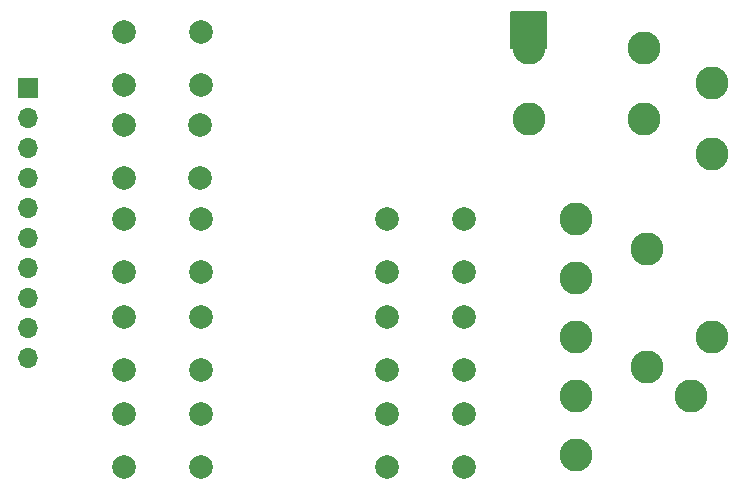
<source format=gbr>
%TF.GenerationSoftware,KiCad,Pcbnew,8.0.4*%
%TF.CreationDate,2024-08-21T15:33:42+10:00*%
%TF.ProjectId,micromod-reset,6d696372-6f6d-46f6-942d-72657365742e,rev?*%
%TF.SameCoordinates,Original*%
%TF.FileFunction,Soldermask,Bot*%
%TF.FilePolarity,Negative*%
%FSLAX46Y46*%
G04 Gerber Fmt 4.6, Leading zero omitted, Abs format (unit mm)*
G04 Created by KiCad (PCBNEW 8.0.4) date 2024-08-21 15:33:42*
%MOMM*%
%LPD*%
G01*
G04 APERTURE LIST*
%ADD10C,0.150000*%
%ADD11C,2.800000*%
%ADD12C,2.000000*%
%ADD13R,1.700000X1.700000*%
%ADD14O,1.700000X1.700000*%
G04 APERTURE END LIST*
D10*
X147500000Y-48500000D02*
X150500000Y-48500000D01*
X150500000Y-51500000D01*
X147500000Y-51500000D01*
X147500000Y-48500000D01*
G36*
X147500000Y-48500000D02*
G01*
X150500000Y-48500000D01*
X150500000Y-51500000D01*
X147500000Y-51500000D01*
X147500000Y-48500000D01*
G37*
D11*
%TO.C,TP14*%
X149000000Y-51500000D03*
%TD*%
%TO.C,TP5*%
X153000000Y-86000000D03*
%TD*%
D12*
%TO.C,SW1*%
X136995000Y-66020000D03*
X143495000Y-66020000D03*
X136995000Y-70520000D03*
X143495000Y-70520000D03*
%TD*%
%TO.C,SW3*%
X136995000Y-82530000D03*
X143495000Y-82530000D03*
X136995000Y-87030000D03*
X143495000Y-87030000D03*
%TD*%
%TO.C,SW4*%
X114770000Y-50145000D03*
X121270000Y-50145000D03*
X114770000Y-54645000D03*
X121270000Y-54645000D03*
%TD*%
D11*
%TO.C,TP8*%
X162750000Y-81000000D03*
%TD*%
%TO.C,TP2*%
X153000000Y-71000000D03*
%TD*%
%TO.C,TP12*%
X164500000Y-60500000D03*
%TD*%
%TO.C,TP3*%
X153000000Y-76000000D03*
%TD*%
%TO.C,TP10*%
X158750000Y-51500000D03*
%TD*%
D12*
%TO.C,SW5*%
X114695000Y-58055000D03*
X121195000Y-58055000D03*
X114695000Y-62555000D03*
X121195000Y-62555000D03*
%TD*%
D11*
%TO.C,TP6*%
X159000000Y-78500000D03*
%TD*%
D13*
%TO.C,J1*%
X106590000Y-54935000D03*
D14*
X106590000Y-57475000D03*
X106590000Y-60015000D03*
X106590000Y-62555000D03*
X106590000Y-65095000D03*
X106590000Y-67635000D03*
X106590000Y-70175000D03*
X106590000Y-72715000D03*
X106590000Y-75255000D03*
X106590000Y-77795000D03*
%TD*%
D11*
%TO.C,TP1*%
X153000000Y-66000000D03*
%TD*%
%TO.C,TP11*%
X164500000Y-54500000D03*
%TD*%
%TO.C,TP9*%
X164500000Y-76000000D03*
%TD*%
D12*
%TO.C,SW6*%
X114770000Y-66020000D03*
X121270000Y-66020000D03*
X114770000Y-70520000D03*
X121270000Y-70520000D03*
%TD*%
D11*
%TO.C,TP13*%
X158750000Y-57500000D03*
%TD*%
%TO.C,TP7*%
X159000000Y-68500000D03*
%TD*%
%TO.C,TP15*%
X149000000Y-57500000D03*
%TD*%
D12*
%TO.C,SW2*%
X136995000Y-74275000D03*
X143495000Y-74275000D03*
X136995000Y-78775000D03*
X143495000Y-78775000D03*
%TD*%
%TO.C,SW8*%
X114770000Y-82530000D03*
X121270000Y-82530000D03*
X114770000Y-87030000D03*
X121270000Y-87030000D03*
%TD*%
%TO.C,SW7*%
X114770000Y-74275000D03*
X121270000Y-74275000D03*
X114770000Y-78775000D03*
X121270000Y-78775000D03*
%TD*%
D11*
%TO.C,TP4*%
X153000000Y-81000000D03*
%TD*%
M02*

</source>
